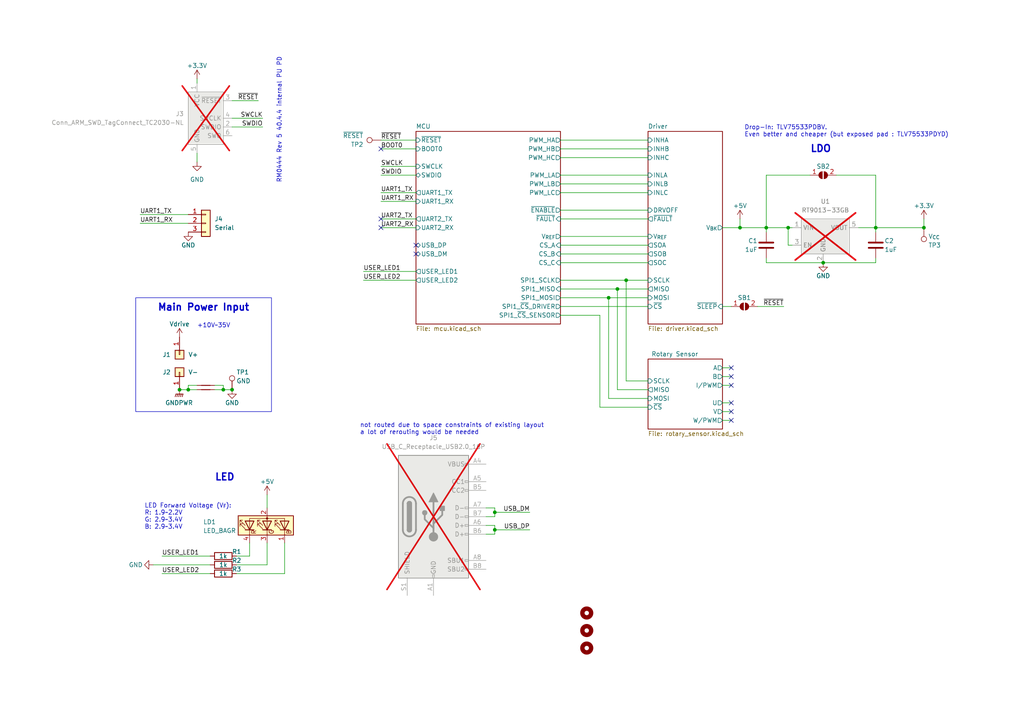
<source format=kicad_sch>
(kicad_sch (version 20250114) (generator "eeschema") (generator_version "9.0")
  (paper "A4")
  (title_block (title "moco") (date "2025-11-26") (rev "1.0") (comment 1 "BLDC motor controller/driver") (comment 2 "Open source hardware, CERN-OHL-P v2") (comment 3 "Based on work from https://github.com/ziteh/moco") (comment 4 "Modified by Franz Patz"))
  (lib_symbols
    (symbol "Connector:Conn_ARM_SWD_TagConnect_TC2030-NL" (in_bom no)
      (property "Reference" "J" (at 2.54 11.43 0))
      (property "Value" "Conn_ARM_SWD_TagConnect_TC2030-NL" (at 2.54 8.89 0))
      (symbol "Conn_ARM_SWD_TagConnect_TC2030-NL_0_0"
        (pin power_in line (at -2.54 10.16 270) (length 2.54) (name "VCC") (number "1"))
        (pin power_in line (at -2.54 -10.16 90) (length 2.54) (name "GND") (number "5"))
        (pin open_collector line (at 7.62 5.08 180) (length 2.54) (name "~{RESET}") (number "3"))
        (pin output line (at 7.62 0 180) (length 2.54) (name "SWCLK") (number "4"))
        (pin bidirectional line (at 7.62 -2.54 180) (length 2.54) (name "SWDIO") (number "2"))
        (pin input line (at 7.62 -5.08 180) (length 2.54) (name "SWO") (number "6"))
      )
      (symbol "Conn_ARM_SWD_TagConnect_TC2030-NL_0_1"
        (rectangle (start -5.08 7.62) (end 5.08 -7.62) (fill (type background)))
      )
    )
    (symbol "Connector:TestPoint" (pin_numbers (hide yes)) (pin_names (offset 0.762) (hide yes))
      (property "Reference" "TP" (at 0 6.858 0))
      (property "Value" "TestPoint" (at 0 5.08 0))
      (symbol "TestPoint_0_1"
        (circle (center 0 3.302) (radius 0.762))
      )
      (symbol "TestPoint_1_1"
        (pin passive line (at 0 0 90) (length 2.54) (name "1") (number "1"))
      )
    )
    (symbol "Connector_Generic:Conn_01x01" (pin_names (offset 1.016) (hide yes))
      (property "Reference" "J" (at 0 2.54 0))
      (property "Value" "Conn_01x01" (at 0 -2.54 0))
      (symbol "Conn_01x01_1_1"
        (rectangle (start -1.27 1.27) (end 1.27 -1.27) (stroke (width 0.254)) (fill (type background)))
        (rectangle (start -1.27 0.127) (end 0 -0.127) (stroke (width 0.1524)))
        (pin passive line (at -5.08 0 0) (length 3.81) (name "Pin_1") (number "1"))
      )
    )
    (symbol "Connector_Generic:Conn_01x03" (pin_names (offset 1.016) (hide yes))
      (property "Reference" "J" (at 0 5.08 0))
      (property "Value" "Conn_01x03" (at 0 -5.08 0))
      (symbol "Conn_01x03_1_1"
        (rectangle (start -1.27 3.81) (end 1.27 -3.81) (stroke (width 0.254)) (fill (type background)))
        (rectangle (start -1.27 2.667) (end 0 2.413) (stroke (width 0.1524)))
        (rectangle (start -1.27 0.127) (end 0 -0.127) (stroke (width 0.1524)))
        (rectangle (start -1.27 -2.413) (end 0 -2.667) (stroke (width 0.1524)))
        (pin passive line (at -5.08 2.54 0) (length 3.81) (name "Pin_1") (number "1"))
        (pin passive line (at -5.08 0 0) (length 3.81) (name "Pin_2") (number "2"))
        (pin passive line (at -5.08 -2.54 0) (length 3.81) (name "Pin_3") (number "3"))
      )
    )
    (symbol "Device:C" (pin_numbers (hide yes)) (pin_names (offset 0.254))
      (property "Reference" "C" (at 0.635 2.54 0))
      (property "Value" "C" (at 0.635 -2.54 0))
      (symbol "C_0_1"
        (polyline (pts (xy -2.032 0.762) (xy 2.032 0.762)) (stroke (width 0.508)))
        (polyline (pts (xy -2.032 -0.762) (xy 2.032 -0.762)) (stroke (width 0.508)))
      )
      (symbol "C_1_1"
        (pin passive line (at 0 3.81 270) (length 2.794) (name "~") (number "1"))
        (pin passive line (at 0 -3.81 90) (length 2.794) (name "~") (number "2"))
      )
    )
    (symbol "Device:LED_BAGR" (pin_names (offset 0) (hide yes))
      (property "Reference" "D" (at 0 9.398 0))
      (property "Value" "LED_BAGR" (at 0 -8.89 0))
      (symbol "LED_BAGR_0_0"
        (text "R" (at -1.905 3.81 0) (effects (font (size 1.27 1.27))))
        (text "G" (at -1.905 -1.27 0) (effects (font (size 1.27 1.27))))
        (text "B" (at -1.905 -6.35 0) (effects (font (size 1.27 1.27))))
      )
      (symbol "LED_BAGR_0_1"
        (polyline (pts (xy -1.27 6.35) (xy -1.27 3.81)) (stroke (width 0.254)))
        (polyline (pts (xy -1.27 6.35) (xy -1.27 3.81) (xy -1.27 3.81)))
        (polyline (pts (xy -1.27 5.08) (xy -2.54 5.08)))
        (polyline (pts (xy -1.27 5.08) (xy 1.27 5.08)))
        (polyline (pts (xy -1.27 1.27) (xy -1.27 -1.27)) (stroke (width 0.254)))
        (polyline (pts (xy -1.27 1.27) (xy -1.27 -1.27) (xy -1.27 -1.27)))
        (polyline (pts (xy -1.27 0) (xy -2.54 0)))
        (polyline (pts (xy -1.27 -3.81) (xy -1.27 -6.35)) (stroke (width 0.254)))
        (polyline (pts (xy -1.27 -5.08) (xy -2.54 -5.08)))
        (polyline (pts (xy -1.27 -5.08) (xy 1.27 -5.08)))
        (polyline (pts (xy -1.016 6.35) (xy 0.508 7.874) (xy -0.254 7.874) (xy 0.508 7.874) (xy 0.508 7.112)))
        (polyline (pts (xy -1.016 1.27) (xy 0.508 2.794) (xy -0.254 2.794) (xy 0.508 2.794) (xy 0.508 2.032)))
        (polyline (pts (xy -1.016 -3.81) (xy 0.508 -2.286) (xy -0.254 -2.286) (xy 0.508 -2.286) (xy 0.508 -3.048)))
        (polyline (pts (xy 0 6.35) (xy 1.524 7.874) (xy 0.762 7.874) (xy 1.524 7.874) (xy 1.524 7.112)))
        (polyline (pts (xy 0 1.27) (xy 1.524 2.794) (xy 0.762 2.794) (xy 1.524 2.794) (xy 1.524 2.032)))
        (polyline (pts (xy 0 -3.81) (xy 1.524 -2.286) (xy 0.762 -2.286) (xy 1.524 -2.286) (xy 1.524 -3.048)))
        (polyline (pts (xy 1.27 6.35) (xy 1.27 3.81) (xy -1.27 5.08) (xy 1.27 6.35)) (stroke (width 0.254)))
        (rectangle (start 1.27 6.35) (end 1.27 6.35))
        (rectangle (start 1.27 3.81) (end 1.27 6.35))
        (polyline (pts (xy 1.27 1.27) (xy 1.27 -1.27) (xy -1.27 0) (xy 1.27 1.27)) (stroke (width 0.254)))
        (rectangle (start 1.27 1.27) (end 1.27 1.27))
        (polyline (pts (xy 1.27 0) (xy -1.27 0)))
        (polyline (pts (xy 1.27 0) (xy 2.54 0)))
        (rectangle (start 1.27 -1.27) (end 1.27 1.27))
        (polyline (pts (xy 1.27 -3.81) (xy 1.27 -6.35) (xy -1.27 -5.08) (xy 1.27 -3.81)) (stroke (width 0.254)))
        (polyline (pts (xy 1.27 -5.08) (xy 2.032 -5.08) (xy 2.032 5.08) (xy 1.27 5.08)))
        (circle (center 2.032 0) (radius 0.254) (fill (type outline)))
        (rectangle (start 2.794 8.382) (end -2.794 -7.62) (stroke (width 0.254)) (fill (type background)))
      )
      (symbol "LED_BAGR_1_1"
        (pin passive line (at -5.08 5.08 0) (length 2.54) (name "RK") (number "4"))
        (pin passive line (at -5.08 0 0) (length 2.54) (name "GK") (number "3"))
        (pin passive line (at -5.08 -5.08 0) (length 2.54) (name "BK") (number "1"))
        (pin passive line (at 5.08 0 180) (length 2.54) (name "A") (number "2"))
      )
    )
    (symbol "Device:NetTie_2" (pin_numbers (hide yes)) (pin_names (offset 0) (hide yes)) (in_bom no)
      (property "Reference" "NT" (at 0 1.27 0))
      (property "Value" "NetTie_2" (at 0 -1.27 0))
      (symbol "NetTie_2_0_1"
        (polyline (pts (xy -1.27 0) (xy 1.27 0)) (stroke (width 0.254)))
      )
      (symbol "NetTie_2_1_1"
        (pin passive line (at -2.54 0 0) (length 2.54) (name "1") (number "1"))
        (pin passive line (at 2.54 0 180) (length 2.54) (name "2") (number "2"))
      )
    )
    (symbol "Device:R" (pin_numbers (hide yes)) (pin_names (offset 0))
      (property "Reference" "R" (at 2.032 0 90))
      (property "Value" "R" (at 0 0 90))
      (symbol "R_0_1"
        (rectangle (start -1.016 -2.54) (end 1.016 2.54) (stroke (width 0.254)))
      )
      (symbol "R_1_1"
        (pin passive line (at 0 3.81 270) (length 1.27) (name "~") (number "1"))
        (pin passive line (at 0 -3.81 90) (length 1.27) (name "~") (number "2"))
      )
    )
    (symbol "Jumper:SolderJumper_2_Open" (pin_names (offset 0) (hide yes))
      (property "Reference" "JP" (at 0 2.032 0))
      (property "Value" "SolderJumper_2_Open" (at 0 -2.54 0))
      (symbol "SolderJumper_2_Open_0_1"
        (polyline (pts (xy -0.254 1.016) (xy -0.254 -1.016)))
        (arc (start -0.254 -1.016) (mid -1.2656 0) (end -0.254 1.016))
        (arc (start -0.254 -1.016) (mid -1.2656 0) (end -0.254 1.016) (fill (type outline)))
        (arc (start 0.254 1.016) (mid 1.2656 0) (end 0.254 -1.016))
        (arc (start 0.254 1.016) (mid 1.2656 0) (end 0.254 -1.016) (fill (type outline)))
        (polyline (pts (xy 0.254 1.016) (xy 0.254 -1.016)))
      )
      (symbol "SolderJumper_2_Open_1_1"
        (pin passive line (at -3.81 0 0) (length 2.54) (name "A") (number "1"))
        (pin passive line (at 3.81 0 180) (length 2.54) (name "B") (number "2"))
      )
    )
    (symbol "Mechanical:MountingHole" (pin_names (offset 1.016))
      (property "Reference" "H" (at 0 5.08 0))
      (property "Value" "MountingHole" (at 0 3.175 0))
      (symbol "MountingHole_0_1"
        (circle (center 0 0) (radius 1.27) (stroke (width 1.27)))
      )
    )
    (symbol "PZ:USB_C_Receptacle_USB2.0_16P" (pin_names (offset 1.016))
      (property "Reference" "J" (at 0 22.225 0))
      (property "Value" "USB_C_Receptacle_USB2.0_16P" (at 0 19.685 0))
      (symbol "USB_C_Receptacle_USB2.0_16P_0_0"
        (rectangle (start -0.254 -17.78) (end 0.254 -16.764))
        (rectangle (start 10.16 15.494) (end 9.144 14.986))
        (rectangle (start 10.16 10.414) (end 9.144 9.906))
        (rectangle (start 10.16 7.874) (end 9.144 7.366))
        (rectangle (start 10.16 2.794) (end 9.144 2.286))
        (rectangle (start 10.16 0.254) (end 9.144 -0.254))
        (rectangle (start 10.16 -2.286) (end 9.144 -2.794))
        (rectangle (start 10.16 -4.826) (end 9.144 -5.334))
        (rectangle (start 10.16 -12.446) (end 9.144 -12.954))
        (rectangle (start 10.16 -14.986) (end 9.144 -15.494))
      )
      (symbol "USB_C_Receptacle_USB2.0_16P_0_1"
        (rectangle (start -10.16 17.78) (end 10.16 -17.78) (stroke (width 0.254)) (fill (type background)))
        (polyline (pts (xy -8.89 -3.81) (xy -8.89 3.81)) (stroke (width 0.508)))
        (rectangle (start -7.62 -3.81) (end -6.35 3.81) (stroke (width 0.254)) (fill (type outline)))
        (arc (start -7.62 3.81) (mid -6.985 4.4423) (end -6.35 3.81) (stroke (width 0.254)))
        (arc (start -7.62 3.81) (mid -6.985 4.4423) (end -6.35 3.81) (stroke (width 0.254)) (fill (type outline)))
        (arc (start -8.89 3.81) (mid -6.985 5.7067) (end -5.08 3.81) (stroke (width 0.508)))
        (arc (start -5.08 -3.81) (mid -6.985 -5.7067) (end -8.89 -3.81) (stroke (width 0.508)))
        (arc (start -6.35 -3.81) (mid -6.985 -4.4423) (end -7.62 -3.81) (stroke (width 0.254)))
        (arc (start -6.35 -3.81) (mid -6.985 -4.4423) (end -7.62 -3.81) (stroke (width 0.254)) (fill (type outline)))
        (polyline (pts (xy -5.08 3.81) (xy -5.08 -3.81)) (stroke (width 0.508)))
        (circle (center -2.54 1.143) (radius 0.635) (stroke (width 0.254)) (fill (type outline)))
        (polyline (pts (xy -1.27 4.318) (xy 0 6.858) (xy 1.27 4.318) (xy -1.27 4.318)) (stroke (width 0.254)) (fill (type outline)))
        (polyline (pts (xy 0 -2.032) (xy 2.54 0.508) (xy 2.54 1.778)) (stroke (width 0.508)))
        (polyline (pts (xy 0 -3.302) (xy -2.54 -0.762) (xy -2.54 0.508)) (stroke (width 0.508)))
        (polyline (pts (xy 0 -5.842) (xy 0 4.318)) (stroke (width 0.508)))
        (circle (center 0 -5.842) (radius 1.27) (fill (type outline)))
        (rectangle (start 1.905 1.778) (end 3.175 3.048) (stroke (width 0.254)) (fill (type outline)))
      )
      (symbol "USB_C_Receptacle_USB2.0_16P_1_1"
        (pin passive line (at -7.62 -22.86 90) (length 5.08) (name "SHIELD") (number "S1"))
        (pin passive line (at 0 -22.86 90) (length 5.08) (name "GND") (number "A1"))
        (pin passive line (at 0 -22.86 90) (length 5.08) (hide yes) (name "GND") (number "A12"))
        (pin passive line (at 0 -22.86 90) (length 5.08) (hide yes) (name "GND") (number "B1"))
        (pin passive line (at 0 -22.86 90) (length 5.08) (hide yes) (name "GND") (number "B12"))
        (pin passive line (at 15.24 15.24 180) (length 5.08) (name "VBUS") (number "A4"))
        (pin passive line (at 15.24 15.24 180) (length 5.08) (hide yes) (name "VBUS") (number "A9"))
        (pin passive line (at 15.24 15.24 180) (length 5.08) (hide yes) (name "VBUS") (number "B4"))
        (pin passive line (at 15.24 15.24 180) (length 5.08) (hide yes) (name "VBUS") (number "B9"))
        (pin bidirectional line (at 15.24 10.16 180) (length 5.08) (name "CC1") (number "A5"))
        (pin bidirectional line (at 15.24 7.62 180) (length 5.08) (name "CC2") (number "B5"))
        (pin bidirectional line (at 15.24 2.54 180) (length 5.08) (name "D-") (number "A7"))
        (pin bidirectional line (at 15.24 0 180) (length 5.08) (name "D-") (number "B7"))
        (pin bidirectional line (at 15.24 -2.54 180) (length 5.08) (name "D+") (number "A6"))
        (pin bidirectional line (at 15.24 -5.08 180) (length 5.08) (name "D+") (number "B6"))
        (pin bidirectional line (at 15.24 -12.7 180) (length 5.08) (name "SBU1") (number "A8"))
        (pin bidirectional line (at 15.24 -15.24 180) (length 5.08) (name "SBU2") (number "B8"))
      )
    )
    (symbol "power:+3.3V" (power) (pin_names (offset 0))
      (property "Value" "+3.3V" (at 0 3.556 0))
      (symbol "+3.3V_0_1"
        (polyline (pts (xy -0.762 1.27) (xy 0 2.54)))
        (polyline (pts (xy 0 2.54) (xy 0.762 1.27)))
        (polyline (pts (xy 0 0) (xy 0 2.54)))
      )
      (symbol "+3.3V_1_1"
        (pin power_in line (at 0 0 90) (length 0) (hide yes) (name "+3.3V") (number "1"))
      )
    )
    (symbol "power:+5V" (power) (pin_names (offset 0))
      (property "Value" "+5V" (at 0 3.556 0))
      (symbol "+5V_0_1"
        (polyline (pts (xy -0.762 1.27) (xy 0 2.54)))
        (polyline (pts (xy 0 2.54) (xy 0.762 1.27)))
        (polyline (pts (xy 0 0) (xy 0 2.54)))
      )
      (symbol "+5V_1_1"
        (pin power_in line (at 0 0 90) (length 0) (hide yes) (name "+5V") (number "1"))
      )
    )
    (symbol "power:GND" (power) (pin_names (offset 0))
      (property "Value" "GND" (at 0 -3.81 0))
      (symbol "GND_0_1"
        (polyline (pts (xy 0 0) (xy 0 -1.27) (xy 1.27 -1.27) (xy 0 -2.54) (xy -1.27 -1.27) (xy 0 -1.27)))
      )
      (symbol "GND_1_1"
        (pin power_in line (at 0 0 270) (length 0) (hide yes) (name "GND") (number "1"))
      )
    )
    (symbol "power:GNDPWR" (power) (pin_names (offset 0))
      (property "Value" "GNDPWR" (at 0 -3.302 0))
      (symbol "GNDPWR_0_1"
        (polyline (pts (xy -1.016 -1.27) (xy -1.27 -2.032) (xy -1.27 -2.032)) (stroke (width 0.2032)))
        (polyline (pts (xy -0.508 -1.27) (xy -0.762 -2.032) (xy -0.762 -2.032)) (stroke (width 0.2032)))
        (polyline (pts (xy 0 -1.27) (xy 0 0)))
        (polyline (pts (xy 0 -1.27) (xy -0.254 -2.032) (xy -0.254 -2.032)) (stroke (width 0.2032)))
        (polyline (pts (xy 0.508 -1.27) (xy 0.254 -2.032) (xy 0.254 -2.032)) (stroke (width 0.2032)))
        (polyline (pts (xy 1.016 -1.27) (xy -1.016 -1.27) (xy -1.016 -1.27)) (stroke (width 0.2032)))
        (polyline (pts (xy 1.016 -1.27) (xy 0.762 -2.032) (xy 0.762 -2.032) (xy 0.762 -2.032)) (stroke (width 0.2032)))
      )
      (symbol "GNDPWR_1_1"
        (pin power_in line (at 0 0 270) (length 0) (hide yes) (name "GNDPWR") (number "1"))
      )
    )
    (symbol "power:Vdrive" (power) (pin_names (offset 0))
      (property "Value" "Vdrive" (at 0 3.81 0))
      (symbol "Vdrive_0_1"
        (polyline (pts (xy -0.762 1.27) (xy 0 2.54)))
        (polyline (pts (xy 0 2.54) (xy 0.762 1.27)))
        (polyline (pts (xy 0 0) (xy 0 2.54)))
      )
      (symbol "Vdrive_1_1"
        (pin power_in line (at 0 0 90) (length 0) (hide yes) (name "Vdrive") (number "1"))
      )
    )
    (symbol "rp-micro:RT9013-33GB"
      (property "Reference" "U?" (at 0 8.89 0))
      (property "Value" "RT9013-33GB" (at 0 6.35 0))
      (symbol "RT9013-33GB_0_0"
        (pin no_connect non_logic (at 10.16 -2.54 180) (length 2.54) (hide yes) (name "NC") (number "4"))
      )
      (symbol "RT9013-33GB_0_1"
        (rectangle (start -6.35 5.08) (end 7.62 -5.08) (fill (type background)))
      )
      (symbol "RT9013-33GB_1_1"
        (pin power_in line (at -8.89 2.54 0) (length 2.54) (name "VIN") (number "1"))
        (pin input line (at -8.89 -2.54 0) (length 2.54) (name "EN") (number "3"))
        (pin power_in line (at 0 -7.62 90) (length 2.54) (name "GND") (number "2"))
        (pin power_out line (at 10.16 2.54 180) (length 2.54) (name "VOUT") (number "5"))
      )
    )
  )
  (text "LDO\n" (at 234.95 44.45 0) (effects (font (size 2 2) (thickness 0.4) (bold yes)) (justify left bottom)))
  (text "LED Forward Voltage (V_{F}):\nR: 1.9~2.2V\nG: 2.9~3.4V\nB: 2.9~3.4V" (at 41.91 153.67 0) (effects (font (size 1.27 1.27)) (justify left bottom)))
  (text "not routed due to space constraints of existing layout\na lot of rerouting would be needed" (at 104.394 124.46 0) (effects (font (size 1.27 1.27)) (justify left)))
  (text " RM0444 Rev 5 40.4.4 internal PU PD" (at 81.026 35.306 90) (effects (font (size 1.27 1.27))))
  (text "+10V~35V" (at 57.15 95.25 0) (effects (font (size 1.27 1.27)) (justify left bottom)))
  (text "LED" (at 62.23 139.7 0) (effects (font (size 2 2) (thickness 0.4) (bold yes)) (justify left bottom)))
  (text "Drop-In: TLV75533PDBV.\nEven better and cheaper (but exposed pad : TLV75533PDYD)" (at 215.9 38.1 0) (effects (font (size 1.27 1.27)) (justify left)))
  (text_box "Main Power Input" (at 39.37 86.36 0) (size 39.37 33.02) (margins 1.5 1.5 1.5 1.5) (effects (font (size 2 2) (thickness 0.4) (bold yes)) (justify top)))
  (junction (at 67.31 113.03))
  (junction (at 181.61 81.28))
  (junction (at 52.07 113.03))
  (junction (at 176.53 86.36))
  (junction (at 228.6 66.04))
  (junction (at 54.61 113.03))
  (junction (at 143.51 148.59))
  (junction (at 238.76 76.2))
  (junction (at 214.63 66.04))
  (junction (at 179.07 83.82))
  (junction (at 222.25 66.04))
  (junction (at 64.77 113.03))
  (junction (at 267.97 66.04))
  (junction (at 254 66.04))
  (junction (at 143.51 153.67))
  (no_connect (at 212.09 116.84))
  (no_connect (at 212.09 106.68))
  (no_connect (at 212.09 111.76))
  (no_connect (at 110.49 43.18))
  (no_connect (at 110.49 63.5))
  (no_connect (at 212.09 109.22))
  (no_connect (at 120.65 73.66))
  (no_connect (at 212.09 119.38))
  (no_connect (at 212.09 121.92))
  (no_connect (at 110.49 66.04))
  (no_connect (at 120.65 71.12))
  (wire (pts (xy 162.56 43.18) (xy 187.96 43.18)))
  (wire (pts (xy 209.55 109.22) (xy 212.09 109.22)))
  (wire (pts (xy 254 66.04) (xy 248.92 66.04)))
  (wire (pts (xy 162.56 88.9) (xy 187.96 88.9)))
  (wire (pts (xy 57.15 113.03) (xy 54.61 113.03)))
  (wire (pts (xy 110.49 50.8) (xy 120.65 50.8)))
  (wire (pts (xy 62.23 113.03) (xy 64.77 113.03)))
  (wire (pts (xy 110.49 63.5) (xy 120.65 63.5)))
  (wire (pts (xy 140.97 147.32) (xy 143.51 147.32)))
  (wire (pts (xy 181.61 81.28) (xy 181.61 110.49)))
  (wire (pts (xy 254 50.8) (xy 254 66.04)))
  (wire (pts (xy 110.49 66.04) (xy 120.65 66.04)))
  (wire (pts (xy 209.55 106.68) (xy 212.09 106.68)))
  (wire (pts (xy 187.96 115.57) (xy 176.53 115.57)))
  (wire (pts (xy 153.67 148.59) (xy 143.51 148.59)))
  (wire (pts (xy 176.53 115.57) (xy 176.53 86.36)))
  (wire (pts (xy 214.63 66.04) (xy 222.25 66.04)))
  (wire (pts (xy 40.64 64.77) (xy 54.61 64.77)))
  (wire (pts (xy 209.55 111.76) (xy 212.09 111.76)))
  (wire (pts (xy 209.55 121.92) (xy 212.09 121.92)))
  (wire (pts (xy 110.49 48.26) (xy 120.65 48.26)))
  (wire (pts (xy 209.55 116.84) (xy 212.09 116.84)))
  (wire (pts (xy 173.99 91.44) (xy 162.56 91.44)))
  (wire (pts (xy 228.6 66.04) (xy 229.87 66.04)))
  (wire (pts (xy 227.33 88.9) (xy 219.71 88.9)))
  (wire (pts (xy 179.07 113.03) (xy 179.07 83.82)))
  (wire (pts (xy 162.56 53.34) (xy 187.96 53.34)))
  (wire (pts (xy 110.49 55.88) (xy 120.65 55.88)))
  (wire (pts (xy 67.31 36.83) (xy 76.2 36.83)))
  (wire (pts (xy 187.96 113.03) (xy 179.07 113.03)))
  (wire (pts (xy 143.51 149.86) (xy 143.51 148.59)))
  (wire (pts (xy 40.64 62.23) (xy 54.61 62.23)))
  (wire (pts (xy 254 67.31) (xy 254 66.04)))
  (wire (pts (xy 222.25 76.2) (xy 238.76 76.2)))
  (wire (pts (xy 82.55 166.37) (xy 82.55 157.48)))
  (wire (pts (xy 214.63 63.5) (xy 214.63 66.04)))
  (wire (pts (xy 181.61 81.28) (xy 187.96 81.28)))
  (wire (pts (xy 143.51 154.94) (xy 143.51 153.67)))
  (wire (pts (xy 143.51 152.4) (xy 143.51 153.67)))
  (wire (pts (xy 153.67 153.67) (xy 143.51 153.67)))
  (wire (pts (xy 140.97 149.86) (xy 143.51 149.86)))
  (wire (pts (xy 234.95 50.8) (xy 222.25 50.8)))
  (wire (pts (xy 62.23 111.76) (xy 64.77 111.76)))
  (wire (pts (xy 46.99 161.29) (xy 60.96 161.29)))
  (wire (pts (xy 187.96 110.49) (xy 181.61 110.49)))
  (wire (pts (xy 77.47 143.51) (xy 77.47 147.32)))
  (wire (pts (xy 105.41 78.74) (xy 120.65 78.74)))
  (wire (pts (xy 44.45 163.83) (xy 60.96 163.83)))
  (wire (pts (xy 222.25 50.8) (xy 222.25 66.04)))
  (wire (pts (xy 162.56 73.66) (xy 187.96 73.66)))
  (wire (pts (xy 162.56 60.96) (xy 187.96 60.96)))
  (wire (pts (xy 176.53 86.36) (xy 187.96 86.36)))
  (wire (pts (xy 72.39 161.29) (xy 72.39 157.48)))
  (wire (pts (xy 110.49 43.18) (xy 120.65 43.18)))
  (wire (pts (xy 64.77 113.03) (xy 67.31 113.03)))
  (wire (pts (xy 57.15 44.45) (xy 57.15 46.99)))
  (wire (pts (xy 209.55 66.04) (xy 214.63 66.04)))
  (wire (pts (xy 209.55 88.9) (xy 212.09 88.9)))
  (wire (pts (xy 64.77 111.76) (xy 64.77 113.03)))
  (wire (pts (xy 143.51 147.32) (xy 143.51 148.59)))
  (wire (pts (xy 162.56 40.64) (xy 187.96 40.64)))
  (wire (pts (xy 187.96 118.11) (xy 173.99 118.11)))
  (wire (pts (xy 57.15 22.86) (xy 57.15 24.13)))
  (wire (pts (xy 173.99 118.11) (xy 173.99 91.44)))
  (wire (pts (xy 77.47 163.83) (xy 77.47 157.48)))
  (wire (pts (xy 267.97 63.5) (xy 267.97 66.04)))
  (wire (pts (xy 228.6 71.12) (xy 228.6 66.04)))
  (wire (pts (xy 46.99 166.37) (xy 60.96 166.37)))
  (wire (pts (xy 222.25 76.2) (xy 222.25 74.93)))
  (wire (pts (xy 68.58 163.83) (xy 77.47 163.83)))
  (wire (pts (xy 179.07 83.82) (xy 187.96 83.82)))
  (wire (pts (xy 140.97 152.4) (xy 143.51 152.4)))
  (wire (pts (xy 242.57 50.8) (xy 254 50.8)))
  (wire (pts (xy 54.61 113.03) (xy 52.07 113.03)))
  (wire (pts (xy 162.56 76.2) (xy 187.96 76.2)))
  (wire (pts (xy 67.31 29.21) (xy 74.93 29.21)))
  (wire (pts (xy 222.25 66.04) (xy 228.6 66.04)))
  (wire (pts (xy 162.56 83.82) (xy 179.07 83.82)))
  (wire (pts (xy 162.56 71.12) (xy 187.96 71.12)))
  (wire (pts (xy 57.15 111.76) (xy 54.61 111.76)))
  (wire (pts (xy 222.25 67.31) (xy 222.25 66.04)))
  (wire (pts (xy 140.97 154.94) (xy 143.51 154.94)))
  (wire (pts (xy 162.56 55.88) (xy 187.96 55.88)))
  (wire (pts (xy 238.76 76.2) (xy 254 76.2)))
  (wire (pts (xy 229.87 71.12) (xy 228.6 71.12)))
  (wire (pts (xy 54.61 111.76) (xy 54.61 113.03)))
  (wire (pts (xy 67.31 34.29) (xy 76.2 34.29)))
  (wire (pts (xy 162.56 86.36) (xy 176.53 86.36)))
  (wire (pts (xy 68.58 161.29) (xy 72.39 161.29)))
  (wire (pts (xy 68.58 166.37) (xy 82.55 166.37)))
  (wire (pts (xy 254 66.04) (xy 267.97 66.04)))
  (wire (pts (xy 110.49 40.64) (xy 120.65 40.64)))
  (wire (pts (xy 105.41 81.28) (xy 120.65 81.28)))
  (wire (pts (xy 209.55 119.38) (xy 212.09 119.38)))
  (wire (pts (xy 162.56 50.8) (xy 187.96 50.8)))
  (wire (pts (xy 162.56 68.58) (xy 187.96 68.58)))
  (wire (pts (xy 110.49 58.42) (xy 120.65 58.42)))
  (wire (pts (xy 162.56 45.72) (xy 187.96 45.72)))
  (wire (pts (xy 162.56 81.28) (xy 181.61 81.28)))
  (wire (pts (xy 254 76.2) (xy 254 74.93)))
  (wire (pts (xy 162.56 63.5) (xy 187.96 63.5)))
  (label "UART1_RX" (at 110.49 58.42 0))
  (label "~{RESET}" (at 227.33 88.9 180))
  (label "USER_LED1" (at 46.99 161.29 0))
  (label "UART1_RX" (at 40.64 64.77 0))
  (label "UART2_RX" (at 110.49 66.04 0))
  (label "UART2_TX" (at 110.49 63.5 0))
  (label "~{RESET}" (at 74.93 29.21 180))
  (label "USB_DM" (at 153.67 148.59 180))
  (label "UART1_TX" (at 40.64 62.23 0))
  (label "~{RESET}" (at 110.49 40.64 0))
  (label "USER_LED2" (at 46.99 166.37 0))
  (label "UART1_TX" (at 110.49 55.88 0))
  (label "USER_LED1" (at 105.41 78.74 0))
  (label "USB_DP" (at 153.67 153.67 180))
  (label "BOOT0" (at 110.49 43.18 0))
  (label "USER_LED2" (at 105.41 81.28 0))
  (label "SWDIO" (at 76.2 36.83 180))
  (label "SWCLK" (at 76.2 34.29 180))
  (label "SWDIO" (at 110.49 50.8 0))
  (label "SWCLK" (at 110.49 48.26 0))
  (symbol (lib_id "Mechanical:MountingHole") (at 170.18 187.96 90) (unit 1) (in_bom no)
    (property "Reference" "H3" (effects (hide yes)))
    (property "Value" "MountingHole" (effects (hide yes)))
    (property "Footprint" "MountingHole:MountingHole_2.2mm_M2_ISO14580" (effects (hide yes)))
  )
  (symbol (lib_id "power:GND") (at 67.31 113.03 0) (unit 1)
    (property "Reference" "#PWR07" (effects (hide yes)))
    (property "Value" "GND" (at 67.31 116.84 0))
  )
  (symbol (lib_id "PZ:USB_C_Receptacle_USB2.0_16P") (at 125.73 149.86 0) (unit 1) (in_bom no) (on_board no) (dnp yes)
    (property "Reference" "J5" (at 125.73 127 0))
    (property "Value" "USB_C_Receptacle_USB2.0_16P" (at 125.73 129.54 0))
    (property "Footprint" "PZ:USB_C_Receptacle_HCTL_HC-TYPE-C-16P-01A" (effects (hide yes)))
    (property "Datasheet" "https://www.usb.org/sites/default/files/documents/usb_type-c.zip" (effects (hide yes)))
    (property "Description" "USB 2.0-only 16P Type-C Receptacle connector" (effects (hide yes)))
  )
  (symbol (lib_id "power:+5V") (at 214.63 63.5 0) (mirror y) (unit 1)
    (property "Reference" "#PWR09" (effects (hide yes)))
    (property "Value" "+5V" (at 214.63 59.69 0))
  )
  (symbol (lib_id "power:+3.3V") (at 57.15 22.86 0) (mirror y) (unit 1)
    (property "Reference" "#PWR05" (effects (hide yes)))
    (property "Value" "+3.3V" (at 57.15 19.05 0))
  )
  (symbol (lib_id "Device:R") (at 64.77 163.83 270) (unit 1)
    (property "Reference" "R2" (at 67.31 162.56 90) (effects (justify left)))
    (property "Value" "1k" (at 64.77 163.83 90))
    (property "Footprint" "Resistor_SMD:R_0402_1005Metric" (effects (hide yes)))
    (property "MFR. Part#" "0402WGF3300TCE" (effects (hide yes)))
    (property "LCSC Part #" "C25104" (effects (hide yes)))
  )
  (symbol (lib_id "power:GND") (at 238.76 76.2 0) (unit 1)
    (property "Reference" "#PWR010" (effects (hide yes)))
    (property "Value" "GND" (at 238.76 80.01 0))
  )
  (symbol (lib_id "Connector_Generic:Conn_01x03") (at 59.69 64.77 0) (unit 1)
    (property "Reference" "J4" (at 62.23 63.5 0) (effects (justify left)))
    (property "Value" "Serial" (at 62.23 66.04 0) (effects (justify left)))
    (property "Footprint" "Connector_JST:JST_GH_SM03B-GHS-TB_1x03-1MP_P1.25mm_Horizontal" (effects (hide yes)))
    (property "MFR. Part#" "SM03B-GHS-TB(LF)(SN)" (effects (hide yes)))
    (property "LCSC Part #" "C514175" (effects (hide yes)))
    (property "FT Rotation Offset" "180" (effects (hide yes)))
  )
  (symbol (lib_id "Connector:TestPoint") (at 67.31 113.03 0) (unit 1)
    (property "Reference" "TP1" (at 68.58 107.95 0) (effects (justify left)))
    (property "Value" "GND" (at 68.58 110.49 0) (effects (justify left)))
    (property "Footprint" "TestPoint:TestPoint_Pad_D1.0mm" (effects (hide yes)))
  )
  (symbol (lib_id "power:+5V") (at 77.47 143.51 0) (mirror y) (unit 1)
    (property "Reference" "#PWR08" (effects (hide yes)))
    (property "Value" "+5V" (at 77.47 139.7 0))
  )
  (symbol (lib_id "power:Vdrive") (at 52.07 97.79 0) (unit 1)
    (property "Reference" "#PWR02" (effects (hide yes)))
    (property "Value" "Vdrive" (at 52.07 93.98 0))
  )
  (symbol (lib_id "Connector:TestPoint") (at 110.49 40.64 90) (unit 1)
    (property "Reference" "TP2" (at 105.41 41.91 90) (effects (justify left)))
    (property "Value" "~{RESET}" (at 105.41 39.37 90) (effects (justify left)))
    (property "Footprint" "TestPoint:TestPoint_Pad_D1.0mm" (effects (hide yes)))
  )
  (symbol (lib_id "power:GND") (at 57.15 46.99 0) (unit 1)
    (property "Reference" "#PWR06" (effects (hide yes)))
    (property "Value" "GND" (at 57.15 52.07 0))
    (property "Description" "Power symbol creates a global label with name \"GND\" , ground" (effects (hide yes)))
  )
  (symbol (lib_id "Device:R") (at 64.77 166.37 270) (unit 1)
    (property "Reference" "R3" (at 67.31 165.1 90) (effects (justify left)))
    (property "Value" "1k" (at 63.5 166.37 90) (effects (justify left)))
    (property "Footprint" "Resistor_SMD:R_0402_1005Metric" (effects (hide yes)))
    (property "MFR. Part#" "0402WGF3300TCE" (effects (hide yes)))
    (property "LCSC Part #" "C25104" (effects (hide yes)))
  )
  (symbol (lib_id "Jumper:SolderJumper_2_Open") (at 215.9 88.9 0) (unit 1)
    (property "Reference" "SB1" (at 215.9 86.36 0))
    (property "Value" "SolderJumper_2_Open" (effects (hide yes)))
    (property "Footprint" "Jumper:SolderJumper-2_P1.3mm_Open_RoundedPad1.0x1.5mm" (effects (hide yes)))
  )
  (symbol (lib_id "Device:C") (at 222.25 71.12 0) (unit 1)
    (property "Reference" "C1" (at 219.71 69.85 0) (effects (justify right)))
    (property "Value" "1uF" (at 219.71 72.39 0) (effects (justify right)))
    (property "Footprint" "Capacitor_SMD:C_0603_1608Metric" (effects (hide yes)))
    (property "MFR. Part#" "CL10A105KB8NNNC" (effects (hide yes)))
    (property "LCSC Part #" "C15849" (effects (hide yes)))
  )
  (symbol (lib_id "rp-micro:RT9013-33GB") (at 238.76 68.58 0) (unit 1) (in_bom no) (dnp yes)
    (property "Reference" "U1" (at 239.395 58.42 0))
    (property "Value" "RT9013-33GB" (at 239.395 60.96 0))
    (property "Footprint" "Package_TO_SOT_SMD:SOT-23-5" (effects (hide yes)))
    (property "MFR. Part#" "RT9013-33GB" (effects (hide yes)))
    (property "LCSC Part #" "C47773" (effects (hide yes)))
  )
  (symbol (lib_id "Device:R") (at 64.77 161.29 270) (unit 1)
    (property "Reference" "R1" (at 67.31 160.02 90) (effects (justify left)))
    (property "Value" "1k" (at 63.5 161.29 90) (effects (justify left)))
    (property "Footprint" "Resistor_SMD:R_0402_1005Metric" (effects (hide yes)))
    (property "MFR. Part#" "0402WGF3300TCE" (effects (hide yes)))
    (property "LCSC Part #" "C25104" (effects (hide yes)))
  )
  (symbol (lib_id "Device:LED_BAGR") (at 77.47 152.4 90) (unit 1)
    (property "Reference" "LD1" (at 58.928 151.384 90) (effects (justify right)))
    (property "Value" "LED_BAGR" (at 58.928 153.924 90) (effects (justify right)))
    (property "Footprint" "moco:RGB LED 1.6x1.6mm" (effects (hide yes)))
    (property "MFR. Part#" "E6C0606RGBC3UDA" (effects (hide yes)))
    (property "LCSC Part #" "C375569" (effects (hide yes)))
  )
  (symbol (lib_id "Connector_Generic:Conn_01x01") (at 52.07 102.87 270) (unit 1) (in_bom no)
    (property "Reference" "J1" (at 49.53 102.87 90) (effects (justify right)))
    (property "Value" "V+" (at 54.61 102.87 90) (effects (justify left)))
    (property "Footprint" "moco:wire_3.2mm" (effects (hide yes)))
  )
  (symbol (lib_id "Connector:TestPoint") (at 267.97 66.04 0) (mirror x) (unit 1)
    (property "Reference" "TP3" (at 269.24 71.12 0) (effects (justify left)))
    (property "Value" "V_{CC}" (at 269.24 68.58 0) (effects (justify left)))
    (property "Footprint" "TestPoint:TestPoint_Pad_D1.0mm" (effects (hide yes)))
  )
  (symbol (lib_id "Connector:Conn_ARM_SWD_TagConnect_TC2030-NL") (at 59.69 34.29 0) (unit 1) (in_bom no) (dnp yes)
    (property "Reference" "J3" (at 53.34 33.0199 0) (effects (justify right)))
    (property "Value" "Conn_ARM_SWD_TagConnect_TC2030-NL" (at 53.34 35.5599 0) (effects (justify right)))
    (property "Footprint" "Connector:Tag-Connect_TC2030-IDC-NL_2x03_P1.27mm_Vertical" (effects (hide yes)))
    (property "Datasheet" "https://www.tag-connect.com/wp-content/uploads/bsk-pdf-manager/TC2030-CTX_1.pdf" (effects (hide yes)))
    (property "Description" "Tag-Connect ARM Cortex SWD JTAG connector, 6 pin, no legs" (effects (hide yes)))
  )
  (symbol (lib_id "Mechanical:MountingHole") (at 170.18 182.88 90) (unit 1) (in_bom no)
    (property "Reference" "H2" (effects (hide yes)))
    (property "Value" "MountingHole" (effects (hide yes)))
    (property "Footprint" "MountingHole:MountingHole_2.2mm_M2_ISO14580" (effects (hide yes)))
  )
  (symbol (lib_id "Device:NetTie_2") (at 59.69 111.76 0) (unit 1) (in_bom no)
    (property "Reference" "NT1" (effects (hide yes)))
    (property "Value" "NetTie_2" (effects (hide yes)))
    (property "Footprint" "NetTie:NetTie-2_SMD_Pad0.5mm" (effects (hide yes)))
  )
  (symbol (lib_id "power:+3.3V") (at 267.97 63.5 0) (unit 1)
    (property "Reference" "#PWR011" (effects (hide yes)))
    (property "Value" "+3.3V" (at 267.97 59.69 0))
  )
  (symbol (lib_id "Mechanical:MountingHole") (at 170.18 177.8 90) (unit 1) (in_bom no)
    (property "Reference" "H1" (effects (hide yes)))
    (property "Value" "MountingHole" (effects (hide yes)))
    (property "Footprint" "MountingHole:MountingHole_2.2mm_M2_ISO14580" (effects (hide yes)))
  )
  (symbol (lib_id "power:GNDPWR") (at 52.07 113.03 0) (unit 1)
    (property "Reference" "#PWR03" (effects (hide yes)))
    (property "Value" "GNDPWR" (at 51.943 116.84 0))
  )
  (symbol (lib_id "Device:C") (at 254 71.12 0) (mirror y) (unit 1)
    (property "Reference" "C2" (at 256.54 69.85 0) (effects (justify right)))
    (property "Value" "1uF" (at 256.54 72.39 0) (effects (justify right)))
    (property "Footprint" "Capacitor_SMD:C_0603_1608Metric" (effects (hide yes)))
    (property "MFR. Part#" "CL10A105KB8NNNC" (effects (hide yes)))
    (property "LCSC Part #" "C15849" (effects (hide yes)))
  )
  (symbol (lib_id "power:GND") (at 44.45 163.83 270) (unit 1)
    (property "Reference" "#PWR01" (effects (hide yes)))
    (property "Value" "GND" (at 39.37 163.83 90))
  )
  (symbol (lib_id "Connector_Generic:Conn_01x01") (at 52.07 107.95 90) (unit 1) (in_bom no)
    (property "Reference" "J2" (at 49.53 107.95 90) (effects (justify left)))
    (property "Value" "V-" (at 54.61 107.95 90) (effects (justify right)))
    (property "Footprint" "moco:wire_3.2mm" (effects (hide yes)))
  )
  (symbol (lib_id "Device:NetTie_2") (at 59.69 113.03 0) (unit 1) (in_bom no)
    (property "Reference" "NT2" (effects (hide yes)))
    (property "Value" "NetTie_2" (effects (hide yes)))
    (property "Footprint" "NetTie:NetTie-2_SMD_Pad0.5mm" (effects (hide yes)))
  )
  (symbol (lib_id "Jumper:SolderJumper_2_Open") (at 238.76 50.8 0) (unit 1)
    (property "Reference" "SB2" (at 238.76 48.26 0))
    (property "Value" "SolderJumper_2_Open" (effects (hide yes)))
    (property "Footprint" "Jumper:SolderJumper-2_P1.3mm_Open_RoundedPad1.0x1.5mm" (effects (hide yes)))
  )
  (symbol (lib_id "power:GND") (at 54.61 67.31 0) (unit 1)
    (property "Reference" "#PWR04" (effects (hide yes)))
    (property "Value" "GND" (at 54.61 71.12 0))
  )
  (sheet (at 187.96 104.14) (size 21.59 20.32) (stroke (width 0.1524))
    (property "Sheetname" " Rotary Sensor" (at 187.96 103.4284 0) (effects (justify left bottom)))
    (property "Sheetfile" "rotary_sensor.kicad_sch" (at 187.96 125.0446 0) (effects (justify left top)))
    (pin "A" output (at 209.55 106.68 0))
    (pin "B" output (at 209.55 109.22 0))
    (pin "I{slash}PWM" output (at 209.55 111.76 0))
    (pin "V" output (at 209.55 119.38 0))
    (pin "W{slash}PWM" output (at 209.55 121.92 0))
    (pin "U" output (at 209.55 116.84 0))
    (pin "MISO" output (at 187.96 113.03 180))
    (pin "SCLK" input (at 187.96 110.49 180))
    (pin "~{CS}" input (at 187.96 118.11 180))
    (pin "MOSI" input (at 187.96 115.57 180))
  )
  (sheet (at 120.65 38.1) (size 41.91 55.88) (stroke (width 0.1524))
    (property "Sheetname" "MCU" (at 120.65 37.3884 0) (effects (justify left bottom)))
    (property "Sheetfile" "mcu.kicad_sch" (at 120.65 94.5646 0) (effects (justify left top)))
    (pin "PWM_LB" output (at 162.56 53.34 0))
    (pin "PWM_LC" output (at 162.56 55.88 0))
    (pin "PWM_LA" output (at 162.56 50.8 0))
    (pin "SPI1_SCLK" output (at 162.56 81.28 0))
    (pin "SPI1_~{CS}_SENSOR" output (at 162.56 91.44 0))
    (pin "SPI1_MOSI" output (at 162.56 86.36 0))
    (pin "SPI1_MISO" input (at 162.56 83.82 0))
    (pin "~{ENABLE}" output (at 162.56 60.96 0))
    (pin "USER_LED1" output (at 120.65 78.74 180))
    (pin "USER_LED2" output (at 120.65 81.28 180))
    (pin "BOOT0" input (at 120.65 43.18 180))
    (pin "UART1_RX" input (at 120.65 58.42 180))
    (pin "UART1_TX" output (at 120.65 55.88 180))
    (pin "CS_A" input (at 162.56 71.12 0))
    (pin "SWCLK" input (at 120.65 48.26 180))
    (pin "SWDIO" bidirectional (at 120.65 50.8 180))
    (pin "PWM_HC" output (at 162.56 45.72 0))
    (pin "UART2_TX" output (at 120.65 63.5 180))
    (pin "UART2_RX" input (at 120.65 66.04 180))
    (pin "CS_C" input (at 162.56 76.2 0))
    (pin "PWM_HA" output (at 162.56 40.64 0))
    (pin "PWM_HB" output (at 162.56 43.18 0))
    (pin "CS_B" input (at 162.56 73.66 0))
    (pin "~{RESET}" input (at 120.65 40.64 180))
    (pin "V_{REF}" output (at 162.56 68.58 0))
    (pin "~{FAULT}" input (at 162.56 63.5 0))
    (pin "SPI1_~{CS}_DRIVER" output (at 162.56 88.9 0))
    (pin "USB_DM" bidirectional (at 120.65 73.66 180))
    (pin "USB_DP" bidirectional (at 120.65 71.12 180))
  )
  (sheet (at 187.96 38.1) (size 21.59 55.88) (stroke (width 0.1524))
    (property "Sheetname" "Driver" (at 187.96 37.3884 0) (effects (justify left bottom)))
    (property "Sheetfile" "driver.kicad_sch" (at 187.96 94.5646 0) (effects (justify left top)))
    (pin "SOC" output (at 187.96 76.2 180))
    (pin "SOA" output (at 187.96 71.12 180))
    (pin "SOB" output (at 187.96 73.66 180))
    (pin "MOSI" input (at 187.96 86.36 180))
    (pin "~{CS}" input (at 187.96 88.9 180))
    (pin "MISO" output (at 187.96 83.82 180))
    (pin "DRVOFF" input (at 187.96 60.96 180))
    (pin "~{FAULT}" output (at 187.96 63.5 180))
    (pin "SCLK" input (at 187.96 81.28 180))
    (pin "INHB" input (at 187.96 43.18 180))
    (pin "INHC" input (at 187.96 45.72 180))
    (pin "INLB" input (at 187.96 53.34 180))
    (pin "INLC" input (at 187.96 55.88 180))
    (pin "INLA" input (at 187.96 50.8 180))
    (pin "INHA" input (at 187.96 40.64 180))
    (pin "V_{REF}" input (at 187.96 68.58 180))
    (pin "V_{BK}" output (at 209.55 66.04 0))
    (pin "~{SLEEP}" input (at 209.55 88.9 0))
  )
)
</source>
